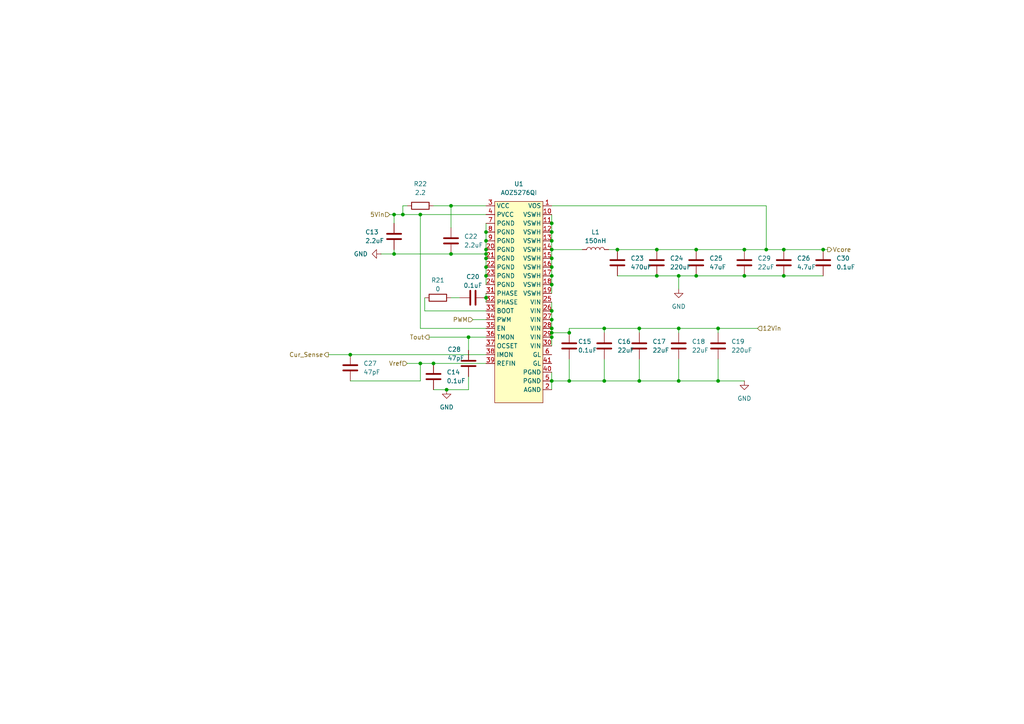
<source format=kicad_sch>
(kicad_sch (version 20231120) (generator "eeschema") (generator_version "8.0")
  (paper "A4")
  (title_block (title "Vcore VRM Stage"))
  (lib_symbols
    (symbol "Device:C" (pin_numbers hide) (pin_names (offset 0.254))
      (property "Reference" "C" (at 0.635 2.54 0))
      (property "Value" "C" (at 0.635 -2.54 0))
      (symbol "C_0_1"
        (polyline (pts (xy -2.032 -0.762) (xy 2.032 -0.762)) (stroke (width 0.508)))
        (polyline (pts (xy -2.032 0.762) (xy 2.032 0.762)) (stroke (width 0.508)))
      )
      (symbol "C_1_1"
        (pin passive line (at 0 3.81 270) (length 2.794) (name "~") (number "1"))
        (pin passive line (at 0 -3.81 90) (length 2.794) (name "~") (number "2"))
      )
    )
    (symbol "Device:L" (pin_numbers hide) (pin_names (offset 1.016) hide)
      (property "Reference" "L" (at -1.27 0 90))
      (property "Value" "L" (at 1.905 0 90))
      (symbol "L_0_1"
        (arc (start 0 -2.54) (mid 0.6323 -1.905) (end 0 -1.27))
        (arc (start 0 -1.27) (mid 0.6323 -0.635) (end 0 0))
        (arc (start 0 0) (mid 0.6323 0.635) (end 0 1.27))
        (arc (start 0 1.27) (mid 0.6323 1.905) (end 0 2.54))
      )
      (symbol "L_1_1"
        (pin passive line (at 0 3.81 270) (length 1.27) (name "1") (number "1"))
        (pin passive line (at 0 -3.81 90) (length 1.27) (name "2") (number "2"))
      )
    )
    (symbol "Device:R" (pin_numbers hide) (pin_names (offset 0))
      (property "Reference" "R" (at 2.032 0 90))
      (property "Value" "R" (at 0 0 90))
      (symbol "R_0_1"
        (rectangle (start -1.016 -2.54) (end 1.016 2.54) (stroke (width 0.254)))
      )
      (symbol "R_1_1"
        (pin passive line (at 0 3.81 270) (length 1.27) (name "~") (number "1"))
        (pin passive line (at 0 -3.81 90) (length 1.27) (name "~") (number "2"))
      )
    )
    (symbol "Symbol_Library:AOZ5276QI"
      (property "Reference" "U" (at 1.27 12.7 0))
      (property "Value" "AOZ5276QI" (at 1.27 12.7 0))
      (symbol "AOZ5276QI_1_1"
        (rectangle (start -6.35 21.59) (end 7.62 -36.83) (fill (type background)))
        (pin input line (at 10.16 20.32 180) (length 2.54) (name "VOS") (number "1"))
        (pin output line (at 10.16 17.78 180) (length 2.54) (name "VSWH") (number "10"))
        (pin output line (at 10.16 15.24 180) (length 2.54) (name "VSWH") (number "11"))
        (pin output line (at 10.16 12.7 180) (length 2.54) (name "VSWH") (number "12"))
        (pin output line (at 10.16 10.16 180) (length 2.54) (name "VSWH") (number "13"))
        (pin output line (at 10.16 7.62 180) (length 2.54) (name "VSWH") (number "14"))
        (pin output line (at 10.16 5.08 180) (length 2.54) (name "VSWH") (number "15"))
        (pin output line (at 10.16 2.54 180) (length 2.54) (name "VSWH") (number "16"))
        (pin output line (at 10.16 0 180) (length 2.54) (name "VSWH") (number "17"))
        (pin output line (at 10.16 -2.54 180) (length 2.54) (name "VSWH") (number "18"))
        (pin output line (at 10.16 -5.08 180) (length 2.54) (name "VSWH") (number "19"))
        (pin input line (at 10.16 -33.02 180) (length 2.54) (name "AGND") (number "2"))
        (pin input line (at -8.89 7.62 0) (length 2.54) (name "PGND") (number "20"))
        (pin input line (at -8.89 5.08 0) (length 2.54) (name "PGND") (number "21"))
        (pin input line (at -8.89 2.54 0) (length 2.54) (name "PGND") (number "22"))
        (pin input line (at -8.89 0 0) (length 2.54) (name "PGND") (number "23"))
        (pin input line (at -8.89 -2.54 0) (length 2.54) (name "PGND") (number "24"))
        (pin input line (at 10.16 -7.62 180) (length 2.54) (name "VIN") (number "25"))
        (pin input line (at 10.16 -10.16 180) (length 2.54) (name "VIN") (number "26"))
        (pin input line (at 10.16 -12.7 180) (length 2.54) (name "VIN") (number "27"))
        (pin input line (at 10.16 -15.24 180) (length 2.54) (name "VIN") (number "28"))
        (pin input line (at 10.16 -17.78 180) (length 2.54) (name "VIN") (number "29"))
        (pin input line (at -8.89 20.32 0) (length 2.54) (name "VCC") (number "3"))
        (pin input line (at 10.16 -20.32 180) (length 2.54) (name "VIN") (number "30"))
        (pin input line (at -8.89 -5.08 0) (length 2.54) (name "PHASE") (number "31"))
        (pin input line (at -8.89 -7.62 0) (length 2.54) (name "PHASE") (number "32"))
        (pin input line (at -8.89 -10.16 0) (length 2.54) (name "BOOT") (number "33"))
        (pin input line (at -8.89 -12.7 0) (length 2.54) (name "PWM") (number "34"))
        (pin output line (at -8.89 -15.24 0) (length 2.54) (name "EN") (number "35"))
        (pin input line (at -8.89 -17.78 0) (length 2.54) (name "TMON") (number "36"))
        (pin input line (at -8.89 -20.32 0) (length 2.54) (name "OCSET") (number "37"))
        (pin output line (at -8.89 -22.86 0) (length 2.54) (name "IMON") (number "38"))
        (pin input line (at -8.89 -25.4 0) (length 2.54) (name "REFIN") (number "39"))
        (pin input line (at -8.89 17.78 0) (length 2.54) (name "PVCC") (number "4"))
        (pin input line (at 10.16 -27.94 180) (length 2.54) (name "PGND") (number "40"))
        (pin input line (at 10.16 -25.4 180) (length 2.54) (name "GL") (number "41"))
        (pin input line (at 10.16 -30.48 180) (length 2.54) (name "PGND") (number "5"))
        (pin input line (at 10.16 -22.86 180) (length 2.54) (name "GL") (number "6"))
        (pin input line (at -8.89 15.24 0) (length 2.54) (name "PGND") (number "7"))
        (pin input line (at -8.89 12.7 0) (length 2.54) (name "PGND") (number "8"))
        (pin input line (at -8.89 10.16 0) (length 2.54) (name "PGND") (number "9"))
      )
    )
    (symbol "power:GND" (power) (pin_numbers hide) (pin_names (offset 0) hide)
      (property "Value" "GND" (at 0 -3.81 0))
      (symbol "GND_0_1"
        (polyline (pts (xy 0 0) (xy 0 -1.27) (xy 1.27 -1.27) (xy 0 -2.54) (xy -1.27 -1.27) (xy 0 -1.27)))
      )
      (symbol "GND_1_1"
        (pin power_in line (at 0 0 270) (length 0) (name "~") (number "1"))
      )
    )
  )
  (junction (at 160.02 72.39))
  (junction (at 175.26 110.49))
  (junction (at 121.92 62.23))
  (junction (at 140.97 69.85))
  (junction (at 160.02 77.47))
  (junction (at 196.85 110.49))
  (junction (at 165.1 110.49))
  (junction (at 201.93 72.39))
  (junction (at 160.02 92.71))
  (junction (at 175.26 95.25))
  (junction (at 190.5 72.39))
  (junction (at 160.02 95.25))
  (junction (at 160.02 110.49))
  (junction (at 140.97 74.93))
  (junction (at 140.97 73.66))
  (junction (at 125.73 105.41))
  (junction (at 179.07 72.39))
  (junction (at 208.28 95.25))
  (junction (at 135.89 97.79))
  (junction (at 160.02 90.17))
  (junction (at 238.76 72.39))
  (junction (at 140.97 77.47))
  (junction (at 114.3 73.66))
  (junction (at 116.84 62.23))
  (junction (at 130.81 73.66))
  (junction (at 196.85 80.01))
  (junction (at 140.97 72.39))
  (junction (at 160.02 69.85))
  (junction (at 160.02 96.52))
  (junction (at 185.42 95.25))
  (junction (at 160.02 64.77))
  (junction (at 160.02 80.01))
  (junction (at 190.5 80.01))
  (junction (at 140.97 80.01))
  (junction (at 215.9 80.01))
  (junction (at 140.97 67.31))
  (junction (at 208.28 110.49))
  (junction (at 222.25 72.39))
  (junction (at 201.93 80.01))
  (junction (at 160.02 97.79))
  (junction (at 215.9 72.39))
  (junction (at 140.97 86.36))
  (junction (at 160.02 74.93))
  (junction (at 196.85 95.25))
  (junction (at 121.92 105.41))
  (junction (at 101.6 102.87))
  (junction (at 130.81 59.69))
  (junction (at 227.33 72.39))
  (junction (at 165.1 96.52))
  (junction (at 129.54 113.03))
  (junction (at 114.3 62.23))
  (junction (at 160.02 67.31))
  (junction (at 227.33 80.01))
  (junction (at 185.42 110.49))
  (junction (at 160.02 82.55))
  (wire (pts (xy 190.5 80.01) (xy 196.85 80.01)))
  (wire (pts (xy 113.03 62.23) (xy 114.3 62.23)))
  (wire (pts (xy 110.49 73.66) (xy 114.3 73.66)))
  (wire (pts (xy 140.97 73.66) (xy 140.97 74.93)))
  (wire (pts (xy 140.97 85.09) (xy 140.97 86.36)))
  (wire (pts (xy 196.85 110.49) (xy 185.42 110.49)))
  (wire (pts (xy 124.46 97.79) (xy 135.89 97.79)))
  (wire (pts (xy 185.42 110.49) (xy 175.26 110.49)))
  (wire (pts (xy 238.76 72.39) (xy 240.03 72.39)))
  (wire (pts (xy 130.81 86.36) (xy 133.35 86.36)))
  (wire (pts (xy 165.1 95.25) (xy 165.1 96.52)))
  (wire (pts (xy 160.02 74.93) (xy 160.02 77.47)))
  (wire (pts (xy 140.97 77.47) (xy 140.97 80.01)))
  (wire (pts (xy 165.1 104.14) (xy 165.1 110.49)))
  (wire (pts (xy 222.25 59.69) (xy 222.25 72.39)))
  (wire (pts (xy 201.93 72.39) (xy 215.9 72.39)))
  (wire (pts (xy 175.26 110.49) (xy 165.1 110.49)))
  (wire (pts (xy 160.02 77.47) (xy 160.02 80.01)))
  (wire (pts (xy 125.73 113.03) (xy 129.54 113.03)))
  (wire (pts (xy 160.02 62.23) (xy 160.02 64.77)))
  (wire (pts (xy 160.02 72.39) (xy 168.91 72.39)))
  (wire (pts (xy 185.42 104.14) (xy 185.42 110.49)))
  (wire (pts (xy 160.02 97.79) (xy 160.02 100.33)))
  (wire (pts (xy 116.84 62.23) (xy 121.92 62.23)))
  (wire (pts (xy 219.71 95.25) (xy 208.28 95.25)))
  (wire (pts (xy 165.1 96.52) (xy 160.02 96.52)))
  (wire (pts (xy 140.97 69.85) (xy 140.97 72.39)))
  (wire (pts (xy 179.07 80.01) (xy 190.5 80.01)))
  (wire (pts (xy 196.85 95.25) (xy 196.85 96.52)))
  (wire (pts (xy 160.02 69.85) (xy 160.02 72.39)))
  (wire (pts (xy 101.6 110.49) (xy 121.92 110.49)))
  (wire (pts (xy 160.02 80.01) (xy 160.02 82.55)))
  (wire (pts (xy 196.85 80.01) (xy 196.85 83.82)))
  (wire (pts (xy 101.6 102.87) (xy 140.97 102.87)))
  (wire (pts (xy 160.02 107.95) (xy 160.02 110.49)))
  (wire (pts (xy 123.19 86.36) (xy 123.19 90.17)))
  (wire (pts (xy 123.19 90.17) (xy 140.97 90.17)))
  (wire (pts (xy 160.02 110.49) (xy 165.1 110.49)))
  (wire (pts (xy 160.02 90.17) (xy 160.02 92.71)))
  (wire (pts (xy 160.02 67.31) (xy 160.02 69.85)))
  (wire (pts (xy 116.84 59.69) (xy 118.11 59.69)))
  (wire (pts (xy 227.33 72.39) (xy 238.76 72.39)))
  (wire (pts (xy 215.9 72.39) (xy 222.25 72.39)))
  (wire (pts (xy 227.33 80.01) (xy 238.76 80.01)))
  (wire (pts (xy 185.42 95.25) (xy 175.26 95.25)))
  (wire (pts (xy 160.02 72.39) (xy 160.02 74.93)))
  (wire (pts (xy 125.73 59.69) (xy 130.81 59.69)))
  (wire (pts (xy 175.26 95.25) (xy 165.1 95.25)))
  (wire (pts (xy 160.02 64.77) (xy 160.02 67.31)))
  (wire (pts (xy 140.97 64.77) (xy 140.97 67.31)))
  (wire (pts (xy 201.93 80.01) (xy 215.9 80.01)))
  (wire (pts (xy 196.85 80.01) (xy 201.93 80.01)))
  (wire (pts (xy 140.97 95.25) (xy 121.92 95.25)))
  (wire (pts (xy 215.9 80.01) (xy 227.33 80.01)))
  (wire (pts (xy 160.02 110.49) (xy 160.02 113.03)))
  (wire (pts (xy 114.3 73.66) (xy 130.81 73.66)))
  (wire (pts (xy 196.85 104.14) (xy 196.85 110.49)))
  (wire (pts (xy 121.92 62.23) (xy 121.92 95.25)))
  (wire (pts (xy 185.42 95.25) (xy 185.42 96.52)))
  (wire (pts (xy 175.26 95.25) (xy 175.26 96.52)))
  (wire (pts (xy 208.28 104.14) (xy 208.28 110.49)))
  (wire (pts (xy 140.97 72.39) (xy 140.97 73.66)))
  (wire (pts (xy 160.02 59.69) (xy 222.25 59.69)))
  (wire (pts (xy 208.28 95.25) (xy 208.28 96.52)))
  (wire (pts (xy 175.26 104.14) (xy 175.26 110.49)))
  (wire (pts (xy 179.07 72.39) (xy 190.5 72.39)))
  (wire (pts (xy 160.02 92.71) (xy 160.02 95.25)))
  (wire (pts (xy 140.97 67.31) (xy 140.97 69.85)))
  (wire (pts (xy 130.81 59.69) (xy 140.97 59.69)))
  (wire (pts (xy 196.85 95.25) (xy 185.42 95.25)))
  (wire (pts (xy 215.9 110.49) (xy 208.28 110.49)))
  (wire (pts (xy 135.89 113.03) (xy 129.54 113.03)))
  (wire (pts (xy 140.97 80.01) (xy 140.97 82.55)))
  (wire (pts (xy 135.89 101.6) (xy 135.89 97.79)))
  (wire (pts (xy 118.11 105.41) (xy 121.92 105.41)))
  (wire (pts (xy 114.3 72.39) (xy 114.3 73.66)))
  (wire (pts (xy 135.89 109.22) (xy 135.89 113.03)))
  (wire (pts (xy 208.28 95.25) (xy 196.85 95.25)))
  (wire (pts (xy 160.02 82.55) (xy 160.02 85.09)))
  (wire (pts (xy 121.92 62.23) (xy 140.97 62.23)))
  (wire (pts (xy 130.81 73.66) (xy 140.97 73.66)))
  (wire (pts (xy 190.5 72.39) (xy 201.93 72.39)))
  (wire (pts (xy 222.25 72.39) (xy 227.33 72.39)))
  (wire (pts (xy 135.89 97.79) (xy 140.97 97.79)))
  (wire (pts (xy 140.97 86.36) (xy 140.97 87.63)))
  (wire (pts (xy 160.02 87.63) (xy 160.02 90.17)))
  (wire (pts (xy 160.02 96.52) (xy 160.02 97.79)))
  (wire (pts (xy 125.73 105.41) (xy 140.97 105.41)))
  (wire (pts (xy 208.28 110.49) (xy 196.85 110.49)))
  (wire (pts (xy 114.3 62.23) (xy 114.3 64.77)))
  (wire (pts (xy 140.97 74.93) (xy 140.97 77.47)))
  (wire (pts (xy 160.02 96.52) (xy 160.02 95.25)))
  (wire (pts (xy 137.16 92.71) (xy 140.97 92.71)))
  (wire (pts (xy 116.84 62.23) (xy 116.84 59.69)))
  (wire (pts (xy 114.3 62.23) (xy 116.84 62.23)))
  (wire (pts (xy 176.53 72.39) (xy 179.07 72.39)))
  (wire (pts (xy 121.92 110.49) (xy 121.92 105.41)))
  (wire (pts (xy 121.92 105.41) (xy 125.73 105.41)))
  (wire (pts (xy 130.81 59.69) (xy 130.81 66.04)))
  (wire (pts (xy 95.25 102.87) (xy 101.6 102.87)))
  (hierarchical_label "Cur_Sense" (shape output) (at 95.25 102.87 180))
  (hierarchical_label "PWM" (shape input) (at 137.16 92.71 180))
  (hierarchical_label "Vref" (shape input) (at 118.11 105.41 180))
  (hierarchical_label "Tout" (shape output) (at 124.46 97.79 180))
  (hierarchical_label "Vcore" (shape output) (at 240.03 72.39 0))
  (hierarchical_label "5Vin" (shape input) (at 113.03 62.23 180))
  (hierarchical_label "12Vin" (shape input) (at 219.71 95.25 0))
  (symbol (lib_id "Device:C") (at 165.1 100.33 0) (unit 1)
    (property "Reference" "C15" (at 167.64 99.06 0) (effects (justify left)))
    (property "Value" "0.1uF" (at 167.64 101.6 0) (effects (justify left)))
    (property "Description" "Unpolarized capacitor" (effects (hide yes)))
  )
  (symbol (lib_id "Device:C") (at 227.33 76.2 0) (unit 1)
    (property "Reference" "C26" (at 231.14 74.9299 0) (effects (justify left)))
    (property "Value" "4.7uF" (at 231.14 77.4699 0) (effects (justify left)))
    (property "Description" "Unpolarized capacitor" (effects (hide yes)))
  )
  (symbol (lib_id "Device:C") (at 175.26 100.33 0) (unit 1)
    (property "Reference" "C16" (at 179.07 99.0599 0) (effects (justify left)))
    (property "Value" "22uF" (at 179.07 101.5999 0) (effects (justify left)))
    (property "Description" "Unpolarized capacitor" (effects (hide yes)))
  )
  (symbol (lib_id "Device:C") (at 114.3 68.58 0) (unit 1)
    (property "Reference" "C13" (at 105.918 67.31 0) (effects (justify left)))
    (property "Value" "2.2uF" (at 105.918 69.85 0) (effects (justify left)))
    (property "Description" "Unpolarized capacitor" (effects (hide yes)))
  )
  (symbol (lib_id "Device:R") (at 121.92 59.69 90) (unit 1)
    (property "Reference" "R22" (at 121.92 53.34 90))
    (property "Value" "2.2" (at 121.92 55.88 90))
    (property "Description" "Resistor" (effects (hide yes)))
  )
  (symbol (lib_id "Device:R") (at 127 86.36 90) (unit 1)
    (property "Reference" "R21" (at 127 81.28 90))
    (property "Value" "0" (at 127 83.82 90))
    (property "Description" "Resistor" (effects (hide yes)))
  )
  (symbol (lib_id "Device:C") (at 179.07 76.2 0) (unit 1)
    (property "Reference" "C23" (at 182.88 74.9299 0) (effects (justify left)))
    (property "Value" "470uF" (at 182.88 77.4699 0) (effects (justify left)))
    (property "Description" "Unpolarized capacitor" (effects (hide yes)))
  )
  (symbol (lib_id "Device:C") (at 196.85 100.33 0) (unit 1)
    (property "Reference" "C18" (at 200.66 99.0599 0) (effects (justify left)))
    (property "Value" "22uF" (at 200.66 101.5999 0) (effects (justify left)))
    (property "Description" "Unpolarized capacitor" (effects (hide yes)))
  )
  (symbol (lib_id "Device:C") (at 185.42 100.33 0) (unit 1)
    (property "Reference" "C17" (at 189.23 99.0599 0) (effects (justify left)))
    (property "Value" "22uF" (at 189.23 101.5999 0) (effects (justify left)))
    (property "Description" "Unpolarized capacitor" (effects (hide yes)))
  )
  (symbol (lib_id "Device:C") (at 135.89 105.41 0) (unit 1)
    (property "Reference" "C28" (at 129.794 101.346 0) (effects (justify left)))
    (property "Value" "47pF" (at 129.794 103.886 0) (effects (justify left)))
    (property "Description" "Unpolarized capacitor" (effects (hide yes)))
  )
  (symbol (lib_id "Device:C") (at 101.6 106.68 0) (unit 1)
    (property "Reference" "C27" (at 105.41 105.4099 0) (effects (justify left)))
    (property "Value" "47pF" (at 105.41 107.9499 0) (effects (justify left)))
    (property "Description" "Unpolarized capacitor" (effects (hide yes)))
  )
  (symbol (lib_id "Device:C") (at 190.5 76.2 0) (unit 1)
    (property "Reference" "C24" (at 194.31 74.9299 0) (effects (justify left)))
    (property "Value" "220uF" (at 194.31 77.4699 0) (effects (justify left)))
    (property "Description" "Unpolarized capacitor" (effects (hide yes)))
  )
  (symbol (lib_id "Device:C") (at 137.16 86.36 90) (unit 1)
    (property "Reference" "C20" (at 137.16 80.264 90))
    (property "Value" "0.1uF" (at 137.16 82.804 90))
    (property "Description" "Unpolarized capacitor" (effects (hide yes)))
  )
  (symbol (lib_id "Device:C") (at 201.93 76.2 0) (unit 1)
    (property "Reference" "C25" (at 205.74 74.9299 0) (effects (justify left)))
    (property "Value" "47uF" (at 205.74 77.4699 0) (effects (justify left)))
    (property "Description" "Unpolarized capacitor" (effects (hide yes)))
  )
  (symbol (lib_id "Device:C") (at 125.73 109.22 0) (unit 1)
    (property "Reference" "C14" (at 129.54 107.9499 0) (effects (justify left)))
    (property "Value" "0.1uF" (at 129.54 110.4899 0) (effects (justify left)))
    (property "Description" "Unpolarized capacitor" (effects (hide yes)))
  )
  (symbol (lib_id "power:GND") (at 196.85 83.82 0) (unit 1)
    (property "Reference" "#PWR013" (effects (hide yes)))
    (property "Value" "GND" (at 196.85 88.9 0))
    (property "Description" "Power symbol creates a global label with name \"GND\" , ground" (effects (hide yes)))
  )
  (symbol (lib_id "power:GND") (at 129.54 113.03 0) (unit 1)
    (property "Reference" "#PWR012" (effects (hide yes)))
    (property "Value" "GND" (at 129.54 118.11 0))
    (property "Description" "Power symbol creates a global label with name \"GND\" , ground" (effects (hide yes)))
  )
  (symbol (lib_id "Device:C") (at 130.81 69.85 0) (unit 1)
    (property "Reference" "C22" (at 134.62 68.5799 0) (effects (justify left)))
    (property "Value" "2.2uF" (at 134.62 71.1199 0) (effects (justify left)))
    (property "Description" "Unpolarized capacitor" (effects (hide yes)))
  )
  (symbol (lib_id "Device:C") (at 215.9 76.2 0) (unit 1)
    (property "Reference" "C29" (at 219.71 74.9299 0) (effects (justify left)))
    (property "Value" "22uF" (at 219.71 77.4699 0) (effects (justify left)))
    (property "Description" "Unpolarized capacitor" (effects (hide yes)))
  )
  (symbol (lib_id "Device:C") (at 208.28 100.33 0) (unit 1)
    (property "Reference" "C19" (at 212.09 99.0599 0) (effects (justify left)))
    (property "Value" "220uF" (at 212.09 101.5999 0) (effects (justify left)))
    (property "Description" "Unpolarized capacitor" (effects (hide yes)))
  )
  (symbol (lib_id "Symbol_Library:AOZ5276QI") (at 149.86 80.01 0) (unit 1)
    (property "Reference" "U1" (at 150.495 53.34 0))
    (property "Value" "AOZ5276QI" (at 150.495 55.88 0))
    (property "Datasheet" "https://mm.digikey.com/Volume0/opasdata/d220001/medias/docus/4313/AOZ5276QI_Rev1.0_Feb2022.pdf" (effects (hide yes)))
  )
  (symbol (lib_id "Device:C") (at 238.76 76.2 0) (unit 1)
    (property "Reference" "C30" (at 242.57 74.9299 0) (effects (justify left)))
    (property "Value" "0.1uF" (at 242.57 77.4699 0) (effects (justify left)))
    (property "Description" "Unpolarized capacitor" (effects (hide yes)))
  )
  (symbol (lib_id "power:GND") (at 215.9 110.49 0) (unit 1)
    (property "Reference" "#PWR011" (effects (hide yes)))
    (property "Value" "GND" (at 215.9 115.57 0))
    (property "Description" "Power symbol creates a global label with name \"GND\" , ground" (effects (hide yes)))
  )
  (symbol (lib_id "power:GND") (at 110.49 73.66 270) (unit 1)
    (property "Reference" "#PWR010" (effects (hide yes)))
    (property "Value" "GND" (at 106.68 73.6599 90) (effects (justify right)))
    (property "Description" "Power symbol creates a global label with name \"GND\" , ground" (effects (hide yes)))
  )
  (symbol (lib_id "Device:L") (at 172.72 72.39 90) (unit 1)
    (property "Reference" "L1" (at 172.72 67.31 90))
    (property "Value" "150nH" (at 172.72 69.85 90))
    (property "Description" "Inductor" (effects (hide yes)))
  )
)
</source>
